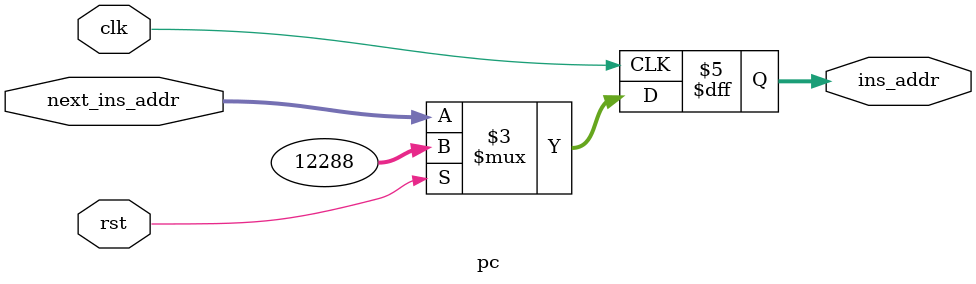
<source format=v>
module pc (
	input 				clk,
	input 				rst,
	input 		[31: 0] next_ins_addr,
	
	output reg 	[31: 0] ins_addr
);

	always @ ( posedge clk ) begin
		if (rst)
			ins_addr <= 32'h0000_3000;
		else
			ins_addr <= next_ins_addr;
	end
endmodule // Program Counter


</source>
